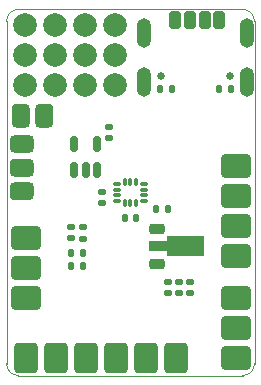
<source format=gbr>
%TF.GenerationSoftware,KiCad,Pcbnew,9.0.3-9.0.3-0~ubuntu24.04.1*%
%TF.CreationDate,2025-12-07T16:55:59+01:00*%
%TF.ProjectId,ant control board v2,616e7420-636f-46e7-9472-6f6c20626f61,2.1*%
%TF.SameCoordinates,Original*%
%TF.FileFunction,Soldermask,Bot*%
%TF.FilePolarity,Negative*%
%FSLAX46Y46*%
G04 Gerber Fmt 4.6, Leading zero omitted, Abs format (unit mm)*
G04 Created by KiCad (PCBNEW 9.0.3-9.0.3-0~ubuntu24.04.1) date 2025-12-07 16:55:59*
%MOMM*%
%LPD*%
G01*
G04 APERTURE LIST*
G04 Aperture macros list*
%AMRoundRect*
0 Rectangle with rounded corners*
0 $1 Rounding radius*
0 $2 $3 $4 $5 $6 $7 $8 $9 X,Y pos of 4 corners*
0 Add a 4 corners polygon primitive as box body*
4,1,4,$2,$3,$4,$5,$6,$7,$8,$9,$2,$3,0*
0 Add four circle primitives for the rounded corners*
1,1,$1+$1,$2,$3*
1,1,$1+$1,$4,$5*
1,1,$1+$1,$6,$7*
1,1,$1+$1,$8,$9*
0 Add four rect primitives between the rounded corners*
20,1,$1+$1,$2,$3,$4,$5,0*
20,1,$1+$1,$4,$5,$6,$7,0*
20,1,$1+$1,$6,$7,$8,$9,0*
20,1,$1+$1,$8,$9,$2,$3,0*%
%AMFreePoly0*
4,1,9,3.862500,-0.866500,0.737500,-0.866500,0.737500,-0.450000,-0.737500,-0.450000,-0.737500,0.450000,0.737500,0.450000,0.737500,0.866500,3.862500,0.866500,3.862500,-0.866500,3.862500,-0.866500,$1*%
G04 Aperture macros list end*
%ADD10C,0.500000*%
%ADD11RoundRect,0.375000X0.375000X-0.625000X0.375000X0.625000X-0.375000X0.625000X-0.375000X-0.625000X0*%
%ADD12RoundRect,0.300000X0.970000X-0.700000X0.970000X0.700000X-0.970000X0.700000X-0.970000X-0.700000X0*%
%ADD13C,0.650000*%
%ADD14O,1.250000X2.500000*%
%ADD15RoundRect,0.300000X-0.700000X-0.970000X0.700000X-0.970000X0.700000X0.970000X-0.700000X0.970000X0*%
%ADD16C,2.000000*%
%ADD17RoundRect,0.375000X0.625000X0.375000X-0.625000X0.375000X-0.625000X-0.375000X0.625000X-0.375000X0*%
%ADD18RoundRect,0.300000X-0.970000X0.700000X-0.970000X-0.700000X0.970000X-0.700000X0.970000X0.700000X0*%
%ADD19RoundRect,0.135000X0.185000X-0.135000X0.185000X0.135000X-0.185000X0.135000X-0.185000X-0.135000X0*%
%ADD20RoundRect,0.135000X0.135000X0.185000X-0.135000X0.185000X-0.135000X-0.185000X0.135000X-0.185000X0*%
%ADD21RoundRect,0.135000X-0.135000X-0.185000X0.135000X-0.185000X0.135000X0.185000X-0.135000X0.185000X0*%
%ADD22RoundRect,0.150000X0.150000X-0.512500X0.150000X0.512500X-0.150000X0.512500X-0.150000X-0.512500X0*%
%ADD23RoundRect,0.140000X0.140000X0.170000X-0.140000X0.170000X-0.140000X-0.170000X0.140000X-0.170000X0*%
%ADD24RoundRect,0.225000X-0.425000X-0.225000X0.425000X-0.225000X0.425000X0.225000X-0.425000X0.225000X0*%
%ADD25FreePoly0,0.000000*%
%ADD26RoundRect,0.087500X0.225000X0.087500X-0.225000X0.087500X-0.225000X-0.087500X0.225000X-0.087500X0*%
%ADD27RoundRect,0.087500X0.087500X0.225000X-0.087500X0.225000X-0.087500X-0.225000X0.087500X-0.225000X0*%
%ADD28RoundRect,0.140000X-0.170000X0.140000X-0.170000X-0.140000X0.170000X-0.140000X0.170000X0.140000X0*%
%ADD29RoundRect,0.250000X-0.250000X0.500000X-0.250000X-0.500000X0.250000X-0.500000X0.250000X0.500000X0*%
%ADD30RoundRect,0.140000X-0.140000X-0.170000X0.140000X-0.170000X0.140000X0.170000X-0.140000X0.170000X0*%
%ADD31RoundRect,0.140000X0.170000X-0.140000X0.170000X0.140000X-0.170000X0.140000X-0.170000X-0.140000X0*%
%TA.AperFunction,Profile*%
%ADD32C,0.050000*%
%TD*%
G04 APERTURE END LIST*
D10*
%TO.C,J10*%
X102647200Y-119711200D03*
X102640000Y-118300000D03*
D11*
X102190000Y-119000000D03*
D10*
X101732800Y-119711200D03*
X101732800Y-118288800D03*
X100654400Y-118300000D03*
X100640000Y-119700000D03*
D11*
X100190000Y-119000000D03*
D10*
X99740000Y-119700000D03*
X99740000Y-118300000D03*
%TD*%
%TO.C,J7*%
X99721000Y-135055000D03*
X101499000Y-135055000D03*
D12*
X100610000Y-134420000D03*
D10*
X99721000Y-133785000D03*
X101499000Y-133785000D03*
X99721000Y-132515000D03*
X101499000Y-132515000D03*
D12*
X100610000Y-131880000D03*
D10*
X99721000Y-131245000D03*
X101499000Y-131245000D03*
X99721000Y-129975000D03*
X101499000Y-129975000D03*
D12*
X100610000Y-129340000D03*
D10*
X99721000Y-128705000D03*
X101499000Y-128705000D03*
%TD*%
D13*
%TO.C,J3*%
X117890000Y-115680000D03*
X112110000Y-115680000D03*
D14*
X119320000Y-116180000D03*
X119320000Y-112000000D03*
X110680000Y-116180000D03*
X110680000Y-112000000D03*
%TD*%
D10*
%TO.C,J5*%
X105055000Y-138611000D03*
X105055000Y-140389000D03*
D15*
X105690000Y-139500000D03*
D10*
X106325000Y-138611000D03*
X106325000Y-140389000D03*
X107595000Y-138611000D03*
X107595000Y-140389000D03*
D15*
X108230000Y-139500000D03*
D10*
X108865000Y-138611000D03*
X108865000Y-140389000D03*
%TD*%
%TO.C,J8*%
X117501000Y-140135000D03*
X119279000Y-140135000D03*
D12*
X118390000Y-139500000D03*
D10*
X117501000Y-138865000D03*
X119279000Y-138865000D03*
X117501000Y-137595000D03*
X119279000Y-137595000D03*
D12*
X118390000Y-136960000D03*
D10*
X117501000Y-136325000D03*
X119279000Y-136325000D03*
X117501000Y-135055000D03*
X119279000Y-135055000D03*
D12*
X118390000Y-134420000D03*
D10*
X117501000Y-133785000D03*
X119279000Y-133785000D03*
%TD*%
%TO.C,J6*%
X110135000Y-138611000D03*
X110135000Y-140389000D03*
D15*
X110770000Y-139500000D03*
D10*
X111405000Y-138611000D03*
X111405000Y-140389000D03*
X112675000Y-138611000D03*
X112675000Y-140389000D03*
D15*
X113310000Y-139500000D03*
D10*
X113945000Y-138611000D03*
X113945000Y-140389000D03*
%TD*%
D16*
%TO.C,U7*%
X108203000Y-111337000D03*
X108203000Y-113877000D03*
X108203000Y-116417000D03*
X105663000Y-111337000D03*
X105663000Y-113877000D03*
X105663000Y-116417000D03*
X103123000Y-111337000D03*
X103123000Y-113877000D03*
X103123000Y-116417000D03*
X100583000Y-111337000D03*
X100583000Y-113877000D03*
X100583000Y-116417000D03*
%TD*%
D10*
%TO.C,J4*%
X99975000Y-138611000D03*
X99975000Y-140389000D03*
D15*
X100610000Y-139500000D03*
D10*
X101245000Y-138611000D03*
X101245000Y-140389000D03*
X102515000Y-138611000D03*
X102515000Y-140389000D03*
D15*
X103150000Y-139500000D03*
D10*
X103785000Y-138611000D03*
X103785000Y-140389000D03*
%TD*%
%TO.C,J9*%
X100981200Y-120940896D03*
X99570000Y-120948096D03*
D17*
X100270000Y-121398096D03*
D10*
X100981200Y-121855296D03*
X99558800Y-121855296D03*
X99570000Y-122933696D03*
X100970000Y-122948096D03*
D17*
X100270000Y-123398096D03*
D10*
X100970000Y-123848096D03*
X99570000Y-123848096D03*
X99570000Y-124933696D03*
X100970000Y-124948096D03*
D17*
X100270000Y-125398096D03*
D10*
X100970000Y-125848096D03*
X99570000Y-125848096D03*
%TD*%
%TO.C,J1*%
X119279000Y-127705000D03*
X117501000Y-127705000D03*
D18*
X118390000Y-128340000D03*
D10*
X119279000Y-128975000D03*
X117501000Y-128975000D03*
X119279000Y-130245000D03*
X117501000Y-130245000D03*
D18*
X118390000Y-130880000D03*
D10*
X119279000Y-131515000D03*
X117501000Y-131515000D03*
%TD*%
%TO.C,J2*%
X119279000Y-122625000D03*
X117501000Y-122625000D03*
D18*
X118390000Y-123260000D03*
D10*
X119279000Y-123895000D03*
X117501000Y-123895000D03*
X119279000Y-125165000D03*
X117501000Y-125165000D03*
D18*
X118390000Y-125800000D03*
D10*
X119279000Y-126435000D03*
X117501000Y-126435000D03*
%TD*%
D19*
%TO.C,R5*%
X105490000Y-129410000D03*
X105490000Y-128390000D03*
%TD*%
D20*
%TO.C,R4*%
X105500000Y-130600000D03*
X104480000Y-130600000D03*
%TD*%
D21*
%TO.C,R3*%
X104480000Y-131700000D03*
X105500000Y-131700000D03*
%TD*%
D22*
%TO.C,U8*%
X106653000Y-123637500D03*
X105703000Y-123637500D03*
X104753000Y-123637500D03*
X104753000Y-121362500D03*
X106653000Y-121362500D03*
%TD*%
D20*
%TO.C,R1*%
X113030000Y-116750000D03*
X112010000Y-116750000D03*
%TD*%
D23*
%TO.C,C10*%
X109970000Y-127700000D03*
X109010000Y-127700000D03*
%TD*%
D24*
%TO.C,U1*%
X111740000Y-131562500D03*
D25*
X111827500Y-130062500D03*
D24*
X111740000Y-128562500D03*
%TD*%
D26*
%TO.C,U5*%
X110652500Y-124750000D03*
X110652500Y-125250000D03*
X110652500Y-125750000D03*
X110652500Y-126250000D03*
D27*
X109990000Y-126412500D03*
X109490000Y-126412500D03*
X108990000Y-126412500D03*
D26*
X108327500Y-126250000D03*
X108327500Y-125750000D03*
X108327500Y-125250000D03*
X108327500Y-124750000D03*
D27*
X108990000Y-124587500D03*
X109490000Y-124587500D03*
X109990000Y-124587500D03*
%TD*%
D28*
%TO.C,C19*%
X107703000Y-119957000D03*
X107703000Y-120917000D03*
%TD*%
%TO.C,C3*%
X112670000Y-133070000D03*
X112670000Y-134030000D03*
%TD*%
D21*
%TO.C,R2*%
X117010000Y-116750000D03*
X118030000Y-116750000D03*
%TD*%
D28*
%TO.C,C2*%
X113620000Y-133070000D03*
X113620000Y-134030000D03*
%TD*%
D29*
%TO.C,J12*%
X117029404Y-110926904D03*
X115779404Y-110926904D03*
X114529404Y-110926904D03*
X113279404Y-110926904D03*
%TD*%
D30*
%TO.C,C4*%
X111690000Y-126900000D03*
X112650000Y-126900000D03*
%TD*%
D31*
%TO.C,C8*%
X104490000Y-129380000D03*
X104490000Y-128420000D03*
%TD*%
D28*
%TO.C,C1*%
X114570000Y-133070000D03*
X114570000Y-134030000D03*
%TD*%
D31*
%TO.C,C9*%
X107090000Y-126380000D03*
X107090000Y-125420000D03*
%TD*%
D32*
X119000000Y-110000000D02*
X100000000Y-110000000D01*
X99000000Y-111000000D02*
G75*
G02*
X100000000Y-110000000I1000000J0D01*
G01*
X120000000Y-140000000D02*
X120000000Y-111000000D01*
X100000000Y-141000000D02*
X119000000Y-141000000D01*
X99000000Y-111000000D02*
X99000000Y-140000000D01*
X120000000Y-140000000D02*
G75*
G02*
X119000000Y-141000000I-1000000J0D01*
G01*
X100000000Y-141000000D02*
G75*
G02*
X99000000Y-140000000I0J1000000D01*
G01*
X119000000Y-110000000D02*
G75*
G02*
X120000000Y-111000000I0J-1000000D01*
G01*
M02*

</source>
